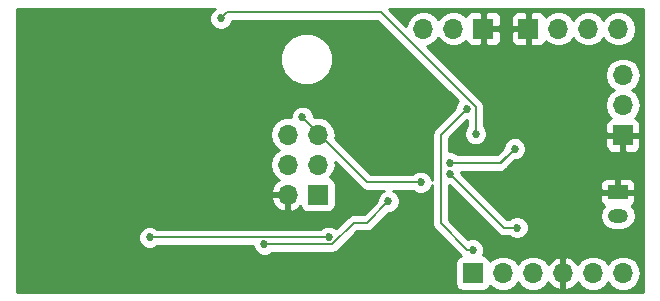
<source format=gbl>
G04 #@! TF.GenerationSoftware,KiCad,Pcbnew,(5.0.2)-1*
G04 #@! TF.CreationDate,2019-03-02T08:42:05-05:00*
G04 #@! TF.ProjectId,ENN-node.v1,454e4e2d-6e6f-4646-952e-76312e6b6963,rev?*
G04 #@! TF.SameCoordinates,Original*
G04 #@! TF.FileFunction,Copper,L2,Bot*
G04 #@! TF.FilePolarity,Positive*
%FSLAX46Y46*%
G04 Gerber Fmt 4.6, Leading zero omitted, Abs format (unit mm)*
G04 Created by KiCad (PCBNEW (5.0.2)-1) date 3/2/2019 8:42:05 AM*
%MOMM*%
%LPD*%
G01*
G04 APERTURE LIST*
G04 #@! TA.AperFunction,ComponentPad*
%ADD10O,1.700000X1.700000*%
G04 #@! TD*
G04 #@! TA.AperFunction,ComponentPad*
%ADD11R,1.700000X1.700000*%
G04 #@! TD*
G04 #@! TA.AperFunction,ComponentPad*
%ADD12O,1.700000X1.200000*%
G04 #@! TD*
G04 #@! TA.AperFunction,ComponentPad*
%ADD13R,1.700000X1.200000*%
G04 #@! TD*
G04 #@! TA.AperFunction,ViaPad*
%ADD14C,0.685800*%
G04 #@! TD*
G04 #@! TA.AperFunction,Conductor*
%ADD15C,0.152400*%
G04 #@! TD*
G04 #@! TA.AperFunction,Conductor*
%ADD16C,0.177800*%
G04 #@! TD*
G04 #@! TA.AperFunction,Conductor*
%ADD17C,0.254000*%
G04 #@! TD*
G04 APERTURE END LIST*
D10*
G04 #@! TO.P,I2C,4*
G04 #@! TO.N,/SDA*
X177800000Y-88036400D03*
G04 #@! TO.P,I2C,3*
G04 #@! TO.N,/SCL*
X175260000Y-88036400D03*
G04 #@! TO.P,I2C,2*
G04 #@! TO.N,GND*
X172720000Y-88036400D03*
D11*
G04 #@! TO.P,I2C,1*
G04 #@! TO.N,/VCC*
X170180000Y-88036400D03*
G04 #@! TD*
D12*
G04 #@! TO.P,J7,2*
G04 #@! TO.N,GND*
X177749200Y-103854000D03*
D13*
G04 #@! TO.P,J7,1*
G04 #@! TO.N,/VCC*
X177749200Y-101854000D03*
G04 #@! TD*
D11*
G04 #@! TO.P,J4,1*
G04 #@! TO.N,/VCC*
X178181000Y-97028000D03*
D10*
G04 #@! TO.P,J4,2*
G04 #@! TO.N,GND*
X178181000Y-94488000D03*
G04 #@! TO.P,J4,3*
G04 #@! TO.N,/A0*
X178181000Y-91948000D03*
G04 #@! TD*
G04 #@! TO.P,J2,3*
G04 #@! TO.N,/D8*
X161290000Y-88011000D03*
G04 #@! TO.P,J2,2*
G04 #@! TO.N,GND*
X163830000Y-88011000D03*
D11*
G04 #@! TO.P,J2,1*
G04 #@! TO.N,/VCC*
X166370000Y-88011000D03*
G04 #@! TD*
D10*
G04 #@! TO.P,FTDI,6*
G04 #@! TO.N,GND*
X178181000Y-108712000D03*
G04 #@! TO.P,FTDI,5*
X175641000Y-108712000D03*
G04 #@! TO.P,FTDI,4*
G04 #@! TO.N,/VCC*
X173101000Y-108712000D03*
G04 #@! TO.P,FTDI,3*
G04 #@! TO.N,/RX*
X170561000Y-108712000D03*
G04 #@! TO.P,FTDI,2*
G04 #@! TO.N,/TX*
X168021000Y-108712000D03*
D11*
G04 #@! TO.P,FTDI,1*
G04 #@! TO.N,/DTR*
X165481000Y-108712000D03*
G04 #@! TD*
D10*
G04 #@! TO.P,ICSP,6*
G04 #@! TO.N,GND*
X149809200Y-96977200D03*
G04 #@! TO.P,ICSP,5*
G04 #@! TO.N,/RST*
X152349200Y-96977200D03*
G04 #@! TO.P,ICSP,4*
G04 #@! TO.N,/MOSI*
X149809200Y-99517200D03*
G04 #@! TO.P,ICSP,3*
G04 #@! TO.N,/SCK*
X152349200Y-99517200D03*
G04 #@! TO.P,ICSP,2*
G04 #@! TO.N,/VCC*
X149809200Y-102057200D03*
D11*
G04 #@! TO.P,ICSP,1*
G04 #@! TO.N,/MISO*
X152349200Y-102057200D03*
G04 #@! TD*
D14*
G04 #@! TO.N,/RST*
X161061200Y-101016000D03*
X151028400Y-95504000D03*
G04 #@! TO.N,/DTR*
X164947600Y-94792800D03*
X165455600Y-106730800D03*
G04 #@! TO.N,/RX*
X169214800Y-104851200D03*
X163525200Y-100279200D03*
G04 #@! TO.N,/TX*
X169011600Y-98196400D03*
X163525200Y-99364800D03*
G04 #@! TO.N,/D2*
X165709600Y-96926400D03*
X144144601Y-87147799D03*
G04 #@! TO.N,/SCK*
X138106400Y-105682800D03*
X153265600Y-105666000D03*
G04 #@! TO.N,/SS*
X147828000Y-106279700D03*
X158329300Y-102616000D03*
G04 #@! TO.N,/VCC*
X132130800Y-92862400D03*
G04 #@! TD*
D15*
G04 #@! TO.N,/RST*
X156540400Y-101016000D02*
X161061200Y-101016000D01*
X151028400Y-95504000D02*
X156540400Y-101016000D01*
D16*
G04 #@! TO.N,/DTR*
X164970667Y-106730800D02*
X162750499Y-104510632D01*
X165455600Y-106730800D02*
X164970667Y-106730800D01*
X162750499Y-104510632D02*
X162750499Y-96989901D01*
X162750499Y-96989901D02*
X164947600Y-94792800D01*
G04 #@! TO.N,/RX*
X168097200Y-104851200D02*
X169214800Y-104851200D01*
X163525200Y-100279200D02*
X168097200Y-104851200D01*
D15*
G04 #@! TO.N,/TX*
X167792400Y-99415600D02*
X169011600Y-98196400D01*
X163322000Y-99415600D02*
X167792400Y-99415600D01*
D16*
X167843200Y-99364800D02*
X169011600Y-98196400D01*
X163525200Y-99364800D02*
X167843200Y-99364800D01*
G04 #@! TO.N,/D2*
X165709600Y-96441467D02*
X165709600Y-96926400D01*
X165709600Y-94652590D02*
X165709600Y-96441467D01*
X157671010Y-86614000D02*
X165709600Y-94652590D01*
X144678400Y-86614000D02*
X157671010Y-86614000D01*
X144144601Y-87147799D02*
X144678400Y-86614000D01*
G04 #@! TO.N,/SCK*
X152780667Y-105666000D02*
X153265600Y-105666000D01*
X147539490Y-105666000D02*
X152780667Y-105666000D01*
X147522690Y-105682800D02*
X147539490Y-105666000D01*
X138106400Y-105682800D02*
X147522690Y-105682800D01*
G04 #@! TO.N,/SS*
X153554110Y-106279700D02*
X155389010Y-104444800D01*
X147828000Y-106279700D02*
X153554110Y-106279700D01*
X155389010Y-104444800D02*
X156514800Y-104444800D01*
X156514800Y-104444800D02*
X158329300Y-102630300D01*
X158329300Y-102630300D02*
X158329300Y-102616000D01*
G04 #@! TD*
D17*
G04 #@! TO.N,/VCC*
G36*
X143590665Y-86318776D02*
X143315578Y-86593863D01*
X143166701Y-86953283D01*
X143166701Y-87342315D01*
X143315578Y-87701735D01*
X143590665Y-87976822D01*
X143950085Y-88125699D01*
X144339117Y-88125699D01*
X144698537Y-87976822D01*
X144973624Y-87701735D01*
X145122501Y-87342315D01*
X145122501Y-87337900D01*
X157371162Y-87337900D01*
X164195351Y-94162090D01*
X164118577Y-94238864D01*
X163969700Y-94598284D01*
X163969700Y-94746951D01*
X162289042Y-96427610D01*
X162228597Y-96467998D01*
X162188210Y-96528442D01*
X162068600Y-96707450D01*
X162012417Y-96989901D01*
X162026600Y-97061204D01*
X162026599Y-100791305D01*
X161890223Y-100462064D01*
X161615136Y-100186977D01*
X161255716Y-100038100D01*
X160866684Y-100038100D01*
X160507264Y-100186977D01*
X160389441Y-100304800D01*
X156834989Y-100304800D01*
X153804244Y-97274056D01*
X153863292Y-96977200D01*
X153748039Y-96397782D01*
X153419825Y-95906575D01*
X152928618Y-95578361D01*
X152495456Y-95492200D01*
X152202944Y-95492200D01*
X152052344Y-95522156D01*
X152006300Y-95476112D01*
X152006300Y-95309484D01*
X151857423Y-94950064D01*
X151582336Y-94674977D01*
X151222916Y-94526100D01*
X150833884Y-94526100D01*
X150474464Y-94674977D01*
X150199377Y-94950064D01*
X150050500Y-95309484D01*
X150050500Y-95511105D01*
X149955456Y-95492200D01*
X149662944Y-95492200D01*
X149229782Y-95578361D01*
X148738575Y-95906575D01*
X148410361Y-96397782D01*
X148295108Y-96977200D01*
X148410361Y-97556618D01*
X148738575Y-98047825D01*
X149036961Y-98247200D01*
X148738575Y-98446575D01*
X148410361Y-98937782D01*
X148295108Y-99517200D01*
X148410361Y-100096618D01*
X148738575Y-100587825D01*
X149057678Y-100801043D01*
X148927842Y-100862017D01*
X148537555Y-101290276D01*
X148367724Y-101700310D01*
X148489045Y-101930200D01*
X149682200Y-101930200D01*
X149682200Y-101910200D01*
X149936200Y-101910200D01*
X149936200Y-101930200D01*
X149956200Y-101930200D01*
X149956200Y-102184200D01*
X149936200Y-102184200D01*
X149936200Y-103378019D01*
X150166092Y-103498686D01*
X150690558Y-103252383D01*
X150879239Y-103045345D01*
X150901043Y-103154965D01*
X151041391Y-103365009D01*
X151251435Y-103505357D01*
X151499200Y-103554640D01*
X153199200Y-103554640D01*
X153446965Y-103505357D01*
X153657009Y-103365009D01*
X153797357Y-103154965D01*
X153846640Y-102907200D01*
X153846640Y-101207200D01*
X153797357Y-100959435D01*
X153657009Y-100749391D01*
X153446965Y-100609043D01*
X153401581Y-100600016D01*
X153419825Y-100587825D01*
X153748039Y-100096618D01*
X153863292Y-99517200D01*
X153820455Y-99301844D01*
X155987978Y-101469367D01*
X156027654Y-101528746D01*
X156087033Y-101568422D01*
X156087035Y-101568424D01*
X156262902Y-101685935D01*
X156262903Y-101685935D01*
X156262904Y-101685936D01*
X156470354Y-101727200D01*
X156470357Y-101727200D01*
X156540399Y-101741132D01*
X156610441Y-101727200D01*
X157919678Y-101727200D01*
X157775364Y-101786977D01*
X157500277Y-102062064D01*
X157351400Y-102421484D01*
X157351400Y-102584451D01*
X156214952Y-103720900D01*
X155460302Y-103720900D01*
X155389009Y-103706719D01*
X155317716Y-103720900D01*
X155317712Y-103720900D01*
X155106558Y-103762901D01*
X154867107Y-103922897D01*
X154826720Y-103983341D01*
X153896310Y-104913751D01*
X153819536Y-104836977D01*
X153460116Y-104688100D01*
X153071084Y-104688100D01*
X152711664Y-104836977D01*
X152606541Y-104942100D01*
X147610788Y-104942100D01*
X147539490Y-104927918D01*
X147468192Y-104942100D01*
X147383732Y-104958900D01*
X138765459Y-104958900D01*
X138660336Y-104853777D01*
X138300916Y-104704900D01*
X137911884Y-104704900D01*
X137552464Y-104853777D01*
X137277377Y-105128864D01*
X137128500Y-105488284D01*
X137128500Y-105877316D01*
X137277377Y-106236736D01*
X137552464Y-106511823D01*
X137911884Y-106660700D01*
X138300916Y-106660700D01*
X138660336Y-106511823D01*
X138765459Y-106406700D01*
X146850100Y-106406700D01*
X146850100Y-106474216D01*
X146998977Y-106833636D01*
X147274064Y-107108723D01*
X147633484Y-107257600D01*
X148022516Y-107257600D01*
X148381936Y-107108723D01*
X148487059Y-107003600D01*
X153482812Y-107003600D01*
X153554110Y-107017782D01*
X153625408Y-107003600D01*
X153836562Y-106961599D01*
X154076013Y-106801603D01*
X154116403Y-106741155D01*
X155688859Y-105168700D01*
X156443502Y-105168700D01*
X156514800Y-105182882D01*
X156586098Y-105168700D01*
X156797252Y-105126699D01*
X157036703Y-104966703D01*
X157077093Y-104906255D01*
X158389449Y-103593900D01*
X158523816Y-103593900D01*
X158883236Y-103445023D01*
X159158323Y-103169936D01*
X159307200Y-102810516D01*
X159307200Y-102421484D01*
X159158323Y-102062064D01*
X158883236Y-101786977D01*
X158738922Y-101727200D01*
X160389441Y-101727200D01*
X160507264Y-101845023D01*
X160866684Y-101993900D01*
X161255716Y-101993900D01*
X161615136Y-101845023D01*
X161890223Y-101569936D01*
X162026599Y-101240695D01*
X162026599Y-104439334D01*
X162012417Y-104510632D01*
X162026599Y-104581929D01*
X162068600Y-104793083D01*
X162228596Y-105032534D01*
X162289042Y-105072923D01*
X164408378Y-107192261D01*
X164447647Y-107251031D01*
X164383235Y-107263843D01*
X164173191Y-107404191D01*
X164032843Y-107614235D01*
X163983560Y-107862000D01*
X163983560Y-109562000D01*
X164032843Y-109809765D01*
X164173191Y-110019809D01*
X164383235Y-110160157D01*
X164631000Y-110209440D01*
X166331000Y-110209440D01*
X166578765Y-110160157D01*
X166788809Y-110019809D01*
X166929157Y-109809765D01*
X166938184Y-109764381D01*
X166950375Y-109782625D01*
X167441582Y-110110839D01*
X167874744Y-110197000D01*
X168167256Y-110197000D01*
X168600418Y-110110839D01*
X169091625Y-109782625D01*
X169291000Y-109484239D01*
X169490375Y-109782625D01*
X169981582Y-110110839D01*
X170414744Y-110197000D01*
X170707256Y-110197000D01*
X171140418Y-110110839D01*
X171631625Y-109782625D01*
X171844843Y-109463522D01*
X171905817Y-109593358D01*
X172334076Y-109983645D01*
X172744110Y-110153476D01*
X172974000Y-110032155D01*
X172974000Y-108839000D01*
X172954000Y-108839000D01*
X172954000Y-108585000D01*
X172974000Y-108585000D01*
X172974000Y-107391845D01*
X173228000Y-107391845D01*
X173228000Y-108585000D01*
X173248000Y-108585000D01*
X173248000Y-108839000D01*
X173228000Y-108839000D01*
X173228000Y-110032155D01*
X173457890Y-110153476D01*
X173867924Y-109983645D01*
X174296183Y-109593358D01*
X174357157Y-109463522D01*
X174570375Y-109782625D01*
X175061582Y-110110839D01*
X175494744Y-110197000D01*
X175787256Y-110197000D01*
X176220418Y-110110839D01*
X176711625Y-109782625D01*
X176911000Y-109484239D01*
X177110375Y-109782625D01*
X177601582Y-110110839D01*
X178034744Y-110197000D01*
X178327256Y-110197000D01*
X178760418Y-110110839D01*
X179251625Y-109782625D01*
X179579839Y-109291418D01*
X179695092Y-108712000D01*
X179579839Y-108132582D01*
X179251625Y-107641375D01*
X178760418Y-107313161D01*
X178327256Y-107227000D01*
X178034744Y-107227000D01*
X177601582Y-107313161D01*
X177110375Y-107641375D01*
X176911000Y-107939761D01*
X176711625Y-107641375D01*
X176220418Y-107313161D01*
X175787256Y-107227000D01*
X175494744Y-107227000D01*
X175061582Y-107313161D01*
X174570375Y-107641375D01*
X174357157Y-107960478D01*
X174296183Y-107830642D01*
X173867924Y-107440355D01*
X173457890Y-107270524D01*
X173228000Y-107391845D01*
X172974000Y-107391845D01*
X172744110Y-107270524D01*
X172334076Y-107440355D01*
X171905817Y-107830642D01*
X171844843Y-107960478D01*
X171631625Y-107641375D01*
X171140418Y-107313161D01*
X170707256Y-107227000D01*
X170414744Y-107227000D01*
X169981582Y-107313161D01*
X169490375Y-107641375D01*
X169291000Y-107939761D01*
X169091625Y-107641375D01*
X168600418Y-107313161D01*
X168167256Y-107227000D01*
X167874744Y-107227000D01*
X167441582Y-107313161D01*
X166950375Y-107641375D01*
X166938184Y-107659619D01*
X166929157Y-107614235D01*
X166788809Y-107404191D01*
X166578765Y-107263843D01*
X166331000Y-107214560D01*
X166313691Y-107214560D01*
X166433500Y-106925316D01*
X166433500Y-106536284D01*
X166284623Y-106176864D01*
X166009536Y-105901777D01*
X165650116Y-105752900D01*
X165261084Y-105752900D01*
X165088149Y-105824532D01*
X163474399Y-104210784D01*
X163474399Y-101257100D01*
X163479352Y-101257100D01*
X167534909Y-105312658D01*
X167575297Y-105373103D01*
X167814748Y-105533099D01*
X168025902Y-105575100D01*
X168025903Y-105575100D01*
X168097199Y-105589282D01*
X168168496Y-105575100D01*
X168555741Y-105575100D01*
X168660864Y-105680223D01*
X169020284Y-105829100D01*
X169409316Y-105829100D01*
X169768736Y-105680223D01*
X170043823Y-105405136D01*
X170192700Y-105045716D01*
X170192700Y-104656684D01*
X170043823Y-104297264D01*
X169768736Y-104022177D01*
X169409316Y-103873300D01*
X169020284Y-103873300D01*
X168660864Y-104022177D01*
X168555741Y-104127300D01*
X168397049Y-104127300D01*
X168123749Y-103854000D01*
X176240005Y-103854000D01*
X176335856Y-104335873D01*
X176608815Y-104744385D01*
X177017327Y-105017344D01*
X177377564Y-105089000D01*
X178120836Y-105089000D01*
X178481073Y-105017344D01*
X178889585Y-104744385D01*
X179162544Y-104335873D01*
X179258395Y-103854000D01*
X179162544Y-103372127D01*
X178919636Y-103008590D01*
X178958899Y-102992327D01*
X179137527Y-102813698D01*
X179234200Y-102580309D01*
X179234200Y-102139750D01*
X179075450Y-101981000D01*
X177876200Y-101981000D01*
X177876200Y-102001000D01*
X177622200Y-102001000D01*
X177622200Y-101981000D01*
X176422950Y-101981000D01*
X176264200Y-102139750D01*
X176264200Y-102580309D01*
X176360873Y-102813698D01*
X176539501Y-102992327D01*
X176578764Y-103008590D01*
X176335856Y-103372127D01*
X176240005Y-103854000D01*
X168123749Y-103854000D01*
X165397440Y-101127691D01*
X176264200Y-101127691D01*
X176264200Y-101568250D01*
X176422950Y-101727000D01*
X177622200Y-101727000D01*
X177622200Y-100777750D01*
X177876200Y-100777750D01*
X177876200Y-101727000D01*
X179075450Y-101727000D01*
X179234200Y-101568250D01*
X179234200Y-101127691D01*
X179137527Y-100894302D01*
X178958899Y-100715673D01*
X178725510Y-100619000D01*
X178034950Y-100619000D01*
X177876200Y-100777750D01*
X177622200Y-100777750D01*
X177463450Y-100619000D01*
X176772890Y-100619000D01*
X176539501Y-100715673D01*
X176360873Y-100894302D01*
X176264200Y-101127691D01*
X165397440Y-101127691D01*
X164503100Y-100233352D01*
X164503100Y-100126800D01*
X167722359Y-100126800D01*
X167792400Y-100140732D01*
X167862441Y-100126800D01*
X167862446Y-100126800D01*
X168069896Y-100085536D01*
X168305146Y-99928346D01*
X168307054Y-99925490D01*
X168365103Y-99886703D01*
X168405493Y-99826255D01*
X169057449Y-99174300D01*
X169206116Y-99174300D01*
X169565536Y-99025423D01*
X169840623Y-98750336D01*
X169989500Y-98390916D01*
X169989500Y-98001884D01*
X169840623Y-97642464D01*
X169565536Y-97367377D01*
X169436070Y-97313750D01*
X176696000Y-97313750D01*
X176696000Y-98004310D01*
X176792673Y-98237699D01*
X176971302Y-98416327D01*
X177204691Y-98513000D01*
X177895250Y-98513000D01*
X178054000Y-98354250D01*
X178054000Y-97155000D01*
X178308000Y-97155000D01*
X178308000Y-98354250D01*
X178466750Y-98513000D01*
X179157309Y-98513000D01*
X179390698Y-98416327D01*
X179569327Y-98237699D01*
X179666000Y-98004310D01*
X179666000Y-97313750D01*
X179507250Y-97155000D01*
X178308000Y-97155000D01*
X178054000Y-97155000D01*
X176854750Y-97155000D01*
X176696000Y-97313750D01*
X169436070Y-97313750D01*
X169206116Y-97218500D01*
X168817084Y-97218500D01*
X168457664Y-97367377D01*
X168182577Y-97642464D01*
X168033700Y-98001884D01*
X168033700Y-98150551D01*
X167543352Y-98640900D01*
X164184259Y-98640900D01*
X164079136Y-98535777D01*
X163719716Y-98386900D01*
X163474399Y-98386900D01*
X163474399Y-97289749D01*
X164985701Y-95778448D01*
X164985701Y-96267340D01*
X164880577Y-96372464D01*
X164731700Y-96731884D01*
X164731700Y-97120916D01*
X164880577Y-97480336D01*
X165155664Y-97755423D01*
X165515084Y-97904300D01*
X165904116Y-97904300D01*
X166263536Y-97755423D01*
X166538623Y-97480336D01*
X166687500Y-97120916D01*
X166687500Y-96731884D01*
X166538623Y-96372464D01*
X166433500Y-96267341D01*
X166433500Y-94723887D01*
X166447682Y-94652589D01*
X166391499Y-94370138D01*
X166271889Y-94191130D01*
X166231502Y-94130687D01*
X166171060Y-94090301D01*
X164028759Y-91948000D01*
X176666908Y-91948000D01*
X176782161Y-92527418D01*
X177110375Y-93018625D01*
X177408761Y-93218000D01*
X177110375Y-93417375D01*
X176782161Y-93908582D01*
X176666908Y-94488000D01*
X176782161Y-95067418D01*
X177110375Y-95558625D01*
X177132033Y-95573096D01*
X176971302Y-95639673D01*
X176792673Y-95818301D01*
X176696000Y-96051690D01*
X176696000Y-96742250D01*
X176854750Y-96901000D01*
X178054000Y-96901000D01*
X178054000Y-96881000D01*
X178308000Y-96881000D01*
X178308000Y-96901000D01*
X179507250Y-96901000D01*
X179666000Y-96742250D01*
X179666000Y-96051690D01*
X179569327Y-95818301D01*
X179390698Y-95639673D01*
X179229967Y-95573096D01*
X179251625Y-95558625D01*
X179579839Y-95067418D01*
X179695092Y-94488000D01*
X179579839Y-93908582D01*
X179251625Y-93417375D01*
X178953239Y-93218000D01*
X179251625Y-93018625D01*
X179579839Y-92527418D01*
X179695092Y-91948000D01*
X179579839Y-91368582D01*
X179251625Y-90877375D01*
X178760418Y-90549161D01*
X178327256Y-90463000D01*
X178034744Y-90463000D01*
X177601582Y-90549161D01*
X177110375Y-90877375D01*
X176782161Y-91368582D01*
X176666908Y-91948000D01*
X164028759Y-91948000D01*
X161553448Y-89472689D01*
X161869418Y-89409839D01*
X162360625Y-89081625D01*
X162560000Y-88783239D01*
X162759375Y-89081625D01*
X163250582Y-89409839D01*
X163683744Y-89496000D01*
X163976256Y-89496000D01*
X164409418Y-89409839D01*
X164900625Y-89081625D01*
X164915096Y-89059967D01*
X164981673Y-89220698D01*
X165160301Y-89399327D01*
X165393690Y-89496000D01*
X166084250Y-89496000D01*
X166243000Y-89337250D01*
X166243000Y-88138000D01*
X166497000Y-88138000D01*
X166497000Y-89337250D01*
X166655750Y-89496000D01*
X167346310Y-89496000D01*
X167579699Y-89399327D01*
X167758327Y-89220698D01*
X167855000Y-88987309D01*
X167855000Y-88322150D01*
X168695000Y-88322150D01*
X168695000Y-89012709D01*
X168791673Y-89246098D01*
X168970301Y-89424727D01*
X169203690Y-89521400D01*
X169894250Y-89521400D01*
X170053000Y-89362650D01*
X170053000Y-88163400D01*
X168853750Y-88163400D01*
X168695000Y-88322150D01*
X167855000Y-88322150D01*
X167855000Y-88296750D01*
X167696250Y-88138000D01*
X166497000Y-88138000D01*
X166243000Y-88138000D01*
X166223000Y-88138000D01*
X166223000Y-87884000D01*
X166243000Y-87884000D01*
X166243000Y-86684750D01*
X166497000Y-86684750D01*
X166497000Y-87884000D01*
X167696250Y-87884000D01*
X167855000Y-87725250D01*
X167855000Y-87060091D01*
X168695000Y-87060091D01*
X168695000Y-87750650D01*
X168853750Y-87909400D01*
X170053000Y-87909400D01*
X170053000Y-86710150D01*
X170307000Y-86710150D01*
X170307000Y-87909400D01*
X170327000Y-87909400D01*
X170327000Y-88163400D01*
X170307000Y-88163400D01*
X170307000Y-89362650D01*
X170465750Y-89521400D01*
X171156310Y-89521400D01*
X171389699Y-89424727D01*
X171568327Y-89246098D01*
X171634904Y-89085367D01*
X171649375Y-89107025D01*
X172140582Y-89435239D01*
X172573744Y-89521400D01*
X172866256Y-89521400D01*
X173299418Y-89435239D01*
X173790625Y-89107025D01*
X173990000Y-88808639D01*
X174189375Y-89107025D01*
X174680582Y-89435239D01*
X175113744Y-89521400D01*
X175406256Y-89521400D01*
X175839418Y-89435239D01*
X176330625Y-89107025D01*
X176530000Y-88808639D01*
X176729375Y-89107025D01*
X177220582Y-89435239D01*
X177653744Y-89521400D01*
X177946256Y-89521400D01*
X178379418Y-89435239D01*
X178870625Y-89107025D01*
X179198839Y-88615818D01*
X179314092Y-88036400D01*
X179198839Y-87456982D01*
X178870625Y-86965775D01*
X178379418Y-86637561D01*
X177946256Y-86551400D01*
X177653744Y-86551400D01*
X177220582Y-86637561D01*
X176729375Y-86965775D01*
X176530000Y-87264161D01*
X176330625Y-86965775D01*
X175839418Y-86637561D01*
X175406256Y-86551400D01*
X175113744Y-86551400D01*
X174680582Y-86637561D01*
X174189375Y-86965775D01*
X173990000Y-87264161D01*
X173790625Y-86965775D01*
X173299418Y-86637561D01*
X172866256Y-86551400D01*
X172573744Y-86551400D01*
X172140582Y-86637561D01*
X171649375Y-86965775D01*
X171634904Y-86987433D01*
X171568327Y-86826702D01*
X171389699Y-86648073D01*
X171156310Y-86551400D01*
X170465750Y-86551400D01*
X170307000Y-86710150D01*
X170053000Y-86710150D01*
X169894250Y-86551400D01*
X169203690Y-86551400D01*
X168970301Y-86648073D01*
X168791673Y-86826702D01*
X168695000Y-87060091D01*
X167855000Y-87060091D01*
X167855000Y-87034691D01*
X167758327Y-86801302D01*
X167579699Y-86622673D01*
X167346310Y-86526000D01*
X166655750Y-86526000D01*
X166497000Y-86684750D01*
X166243000Y-86684750D01*
X166084250Y-86526000D01*
X165393690Y-86526000D01*
X165160301Y-86622673D01*
X164981673Y-86801302D01*
X164915096Y-86962033D01*
X164900625Y-86940375D01*
X164409418Y-86612161D01*
X163976256Y-86526000D01*
X163683744Y-86526000D01*
X163250582Y-86612161D01*
X162759375Y-86940375D01*
X162560000Y-87238761D01*
X162360625Y-86940375D01*
X161869418Y-86612161D01*
X161436256Y-86526000D01*
X161143744Y-86526000D01*
X160710582Y-86612161D01*
X160219375Y-86940375D01*
X159891161Y-87431582D01*
X159828311Y-87747553D01*
X158388758Y-86308000D01*
X179884000Y-86308000D01*
X179884001Y-110288664D01*
X126897200Y-110338137D01*
X126897200Y-102414090D01*
X148367724Y-102414090D01*
X148537555Y-102824124D01*
X148927842Y-103252383D01*
X149452308Y-103498686D01*
X149682200Y-103378019D01*
X149682200Y-102184200D01*
X148489045Y-102184200D01*
X148367724Y-102414090D01*
X126897200Y-102414090D01*
X126897200Y-90131831D01*
X149149000Y-90131831D01*
X149149000Y-91020969D01*
X149489259Y-91842426D01*
X150117974Y-92471141D01*
X150939431Y-92811400D01*
X151828569Y-92811400D01*
X152650026Y-92471141D01*
X153278741Y-91842426D01*
X153619000Y-91020969D01*
X153619000Y-90131831D01*
X153278741Y-89310374D01*
X152650026Y-88681659D01*
X151828569Y-88341400D01*
X150939431Y-88341400D01*
X150117974Y-88681659D01*
X149489259Y-89310374D01*
X149149000Y-90131831D01*
X126897200Y-90131831D01*
X126897200Y-86308000D01*
X143616681Y-86308000D01*
X143590665Y-86318776D01*
X143590665Y-86318776D01*
G37*
X143590665Y-86318776D02*
X143315578Y-86593863D01*
X143166701Y-86953283D01*
X143166701Y-87342315D01*
X143315578Y-87701735D01*
X143590665Y-87976822D01*
X143950085Y-88125699D01*
X144339117Y-88125699D01*
X144698537Y-87976822D01*
X144973624Y-87701735D01*
X145122501Y-87342315D01*
X145122501Y-87337900D01*
X157371162Y-87337900D01*
X164195351Y-94162090D01*
X164118577Y-94238864D01*
X163969700Y-94598284D01*
X163969700Y-94746951D01*
X162289042Y-96427610D01*
X162228597Y-96467998D01*
X162188210Y-96528442D01*
X162068600Y-96707450D01*
X162012417Y-96989901D01*
X162026600Y-97061204D01*
X162026599Y-100791305D01*
X161890223Y-100462064D01*
X161615136Y-100186977D01*
X161255716Y-100038100D01*
X160866684Y-100038100D01*
X160507264Y-100186977D01*
X160389441Y-100304800D01*
X156834989Y-100304800D01*
X153804244Y-97274056D01*
X153863292Y-96977200D01*
X153748039Y-96397782D01*
X153419825Y-95906575D01*
X152928618Y-95578361D01*
X152495456Y-95492200D01*
X152202944Y-95492200D01*
X152052344Y-95522156D01*
X152006300Y-95476112D01*
X152006300Y-95309484D01*
X151857423Y-94950064D01*
X151582336Y-94674977D01*
X151222916Y-94526100D01*
X150833884Y-94526100D01*
X150474464Y-94674977D01*
X150199377Y-94950064D01*
X150050500Y-95309484D01*
X150050500Y-95511105D01*
X149955456Y-95492200D01*
X149662944Y-95492200D01*
X149229782Y-95578361D01*
X148738575Y-95906575D01*
X148410361Y-96397782D01*
X148295108Y-96977200D01*
X148410361Y-97556618D01*
X148738575Y-98047825D01*
X149036961Y-98247200D01*
X148738575Y-98446575D01*
X148410361Y-98937782D01*
X148295108Y-99517200D01*
X148410361Y-100096618D01*
X148738575Y-100587825D01*
X149057678Y-100801043D01*
X148927842Y-100862017D01*
X148537555Y-101290276D01*
X148367724Y-101700310D01*
X148489045Y-101930200D01*
X149682200Y-101930200D01*
X149682200Y-101910200D01*
X149936200Y-101910200D01*
X149936200Y-101930200D01*
X149956200Y-101930200D01*
X149956200Y-102184200D01*
X149936200Y-102184200D01*
X149936200Y-103378019D01*
X150166092Y-103498686D01*
X150690558Y-103252383D01*
X150879239Y-103045345D01*
X150901043Y-103154965D01*
X151041391Y-103365009D01*
X151251435Y-103505357D01*
X151499200Y-103554640D01*
X153199200Y-103554640D01*
X153446965Y-103505357D01*
X153657009Y-103365009D01*
X153797357Y-103154965D01*
X153846640Y-102907200D01*
X153846640Y-101207200D01*
X153797357Y-100959435D01*
X153657009Y-100749391D01*
X153446965Y-100609043D01*
X153401581Y-100600016D01*
X153419825Y-100587825D01*
X153748039Y-100096618D01*
X153863292Y-99517200D01*
X153820455Y-99301844D01*
X155987978Y-101469367D01*
X156027654Y-101528746D01*
X156087033Y-101568422D01*
X156087035Y-101568424D01*
X156262902Y-101685935D01*
X156262903Y-101685935D01*
X156262904Y-101685936D01*
X156470354Y-101727200D01*
X156470357Y-101727200D01*
X156540399Y-101741132D01*
X156610441Y-101727200D01*
X157919678Y-101727200D01*
X157775364Y-101786977D01*
X157500277Y-102062064D01*
X157351400Y-102421484D01*
X157351400Y-102584451D01*
X156214952Y-103720900D01*
X155460302Y-103720900D01*
X155389009Y-103706719D01*
X155317716Y-103720900D01*
X155317712Y-103720900D01*
X155106558Y-103762901D01*
X154867107Y-103922897D01*
X154826720Y-103983341D01*
X153896310Y-104913751D01*
X153819536Y-104836977D01*
X153460116Y-104688100D01*
X153071084Y-104688100D01*
X152711664Y-104836977D01*
X152606541Y-104942100D01*
X147610788Y-104942100D01*
X147539490Y-104927918D01*
X147468192Y-104942100D01*
X147383732Y-104958900D01*
X138765459Y-104958900D01*
X138660336Y-104853777D01*
X138300916Y-104704900D01*
X137911884Y-104704900D01*
X137552464Y-104853777D01*
X137277377Y-105128864D01*
X137128500Y-105488284D01*
X137128500Y-105877316D01*
X137277377Y-106236736D01*
X137552464Y-106511823D01*
X137911884Y-106660700D01*
X138300916Y-106660700D01*
X138660336Y-106511823D01*
X138765459Y-106406700D01*
X146850100Y-106406700D01*
X146850100Y-106474216D01*
X146998977Y-106833636D01*
X147274064Y-107108723D01*
X147633484Y-107257600D01*
X148022516Y-107257600D01*
X148381936Y-107108723D01*
X148487059Y-107003600D01*
X153482812Y-107003600D01*
X153554110Y-107017782D01*
X153625408Y-107003600D01*
X153836562Y-106961599D01*
X154076013Y-106801603D01*
X154116403Y-106741155D01*
X155688859Y-105168700D01*
X156443502Y-105168700D01*
X156514800Y-105182882D01*
X156586098Y-105168700D01*
X156797252Y-105126699D01*
X157036703Y-104966703D01*
X157077093Y-104906255D01*
X158389449Y-103593900D01*
X158523816Y-103593900D01*
X158883236Y-103445023D01*
X159158323Y-103169936D01*
X159307200Y-102810516D01*
X159307200Y-102421484D01*
X159158323Y-102062064D01*
X158883236Y-101786977D01*
X158738922Y-101727200D01*
X160389441Y-101727200D01*
X160507264Y-101845023D01*
X160866684Y-101993900D01*
X161255716Y-101993900D01*
X161615136Y-101845023D01*
X161890223Y-101569936D01*
X162026599Y-101240695D01*
X162026599Y-104439334D01*
X162012417Y-104510632D01*
X162026599Y-104581929D01*
X162068600Y-104793083D01*
X162228596Y-105032534D01*
X162289042Y-105072923D01*
X164408378Y-107192261D01*
X164447647Y-107251031D01*
X164383235Y-107263843D01*
X164173191Y-107404191D01*
X164032843Y-107614235D01*
X163983560Y-107862000D01*
X163983560Y-109562000D01*
X164032843Y-109809765D01*
X164173191Y-110019809D01*
X164383235Y-110160157D01*
X164631000Y-110209440D01*
X166331000Y-110209440D01*
X166578765Y-110160157D01*
X166788809Y-110019809D01*
X166929157Y-109809765D01*
X166938184Y-109764381D01*
X166950375Y-109782625D01*
X167441582Y-110110839D01*
X167874744Y-110197000D01*
X168167256Y-110197000D01*
X168600418Y-110110839D01*
X169091625Y-109782625D01*
X169291000Y-109484239D01*
X169490375Y-109782625D01*
X169981582Y-110110839D01*
X170414744Y-110197000D01*
X170707256Y-110197000D01*
X171140418Y-110110839D01*
X171631625Y-109782625D01*
X171844843Y-109463522D01*
X171905817Y-109593358D01*
X172334076Y-109983645D01*
X172744110Y-110153476D01*
X172974000Y-110032155D01*
X172974000Y-108839000D01*
X172954000Y-108839000D01*
X172954000Y-108585000D01*
X172974000Y-108585000D01*
X172974000Y-107391845D01*
X173228000Y-107391845D01*
X173228000Y-108585000D01*
X173248000Y-108585000D01*
X173248000Y-108839000D01*
X173228000Y-108839000D01*
X173228000Y-110032155D01*
X173457890Y-110153476D01*
X173867924Y-109983645D01*
X174296183Y-109593358D01*
X174357157Y-109463522D01*
X174570375Y-109782625D01*
X175061582Y-110110839D01*
X175494744Y-110197000D01*
X175787256Y-110197000D01*
X176220418Y-110110839D01*
X176711625Y-109782625D01*
X176911000Y-109484239D01*
X177110375Y-109782625D01*
X177601582Y-110110839D01*
X178034744Y-110197000D01*
X178327256Y-110197000D01*
X178760418Y-110110839D01*
X179251625Y-109782625D01*
X179579839Y-109291418D01*
X179695092Y-108712000D01*
X179579839Y-108132582D01*
X179251625Y-107641375D01*
X178760418Y-107313161D01*
X178327256Y-107227000D01*
X178034744Y-107227000D01*
X177601582Y-107313161D01*
X177110375Y-107641375D01*
X176911000Y-107939761D01*
X176711625Y-107641375D01*
X176220418Y-107313161D01*
X175787256Y-107227000D01*
X175494744Y-107227000D01*
X175061582Y-107313161D01*
X174570375Y-107641375D01*
X174357157Y-107960478D01*
X174296183Y-107830642D01*
X173867924Y-107440355D01*
X173457890Y-107270524D01*
X173228000Y-107391845D01*
X172974000Y-107391845D01*
X172744110Y-107270524D01*
X172334076Y-107440355D01*
X171905817Y-107830642D01*
X171844843Y-107960478D01*
X171631625Y-107641375D01*
X171140418Y-107313161D01*
X170707256Y-107227000D01*
X170414744Y-107227000D01*
X169981582Y-107313161D01*
X169490375Y-107641375D01*
X169291000Y-107939761D01*
X169091625Y-107641375D01*
X168600418Y-107313161D01*
X168167256Y-107227000D01*
X167874744Y-107227000D01*
X167441582Y-107313161D01*
X166950375Y-107641375D01*
X166938184Y-107659619D01*
X166929157Y-107614235D01*
X166788809Y-107404191D01*
X166578765Y-107263843D01*
X166331000Y-107214560D01*
X166313691Y-107214560D01*
X166433500Y-106925316D01*
X166433500Y-106536284D01*
X166284623Y-106176864D01*
X166009536Y-105901777D01*
X165650116Y-105752900D01*
X165261084Y-105752900D01*
X165088149Y-105824532D01*
X163474399Y-104210784D01*
X163474399Y-101257100D01*
X163479352Y-101257100D01*
X167534909Y-105312658D01*
X167575297Y-105373103D01*
X167814748Y-105533099D01*
X168025902Y-105575100D01*
X168025903Y-105575100D01*
X168097199Y-105589282D01*
X168168496Y-105575100D01*
X168555741Y-105575100D01*
X168660864Y-105680223D01*
X169020284Y-105829100D01*
X169409316Y-105829100D01*
X169768736Y-105680223D01*
X170043823Y-105405136D01*
X170192700Y-105045716D01*
X170192700Y-104656684D01*
X170043823Y-104297264D01*
X169768736Y-104022177D01*
X169409316Y-103873300D01*
X169020284Y-103873300D01*
X168660864Y-104022177D01*
X168555741Y-104127300D01*
X168397049Y-104127300D01*
X168123749Y-103854000D01*
X176240005Y-103854000D01*
X176335856Y-104335873D01*
X176608815Y-104744385D01*
X177017327Y-105017344D01*
X177377564Y-105089000D01*
X178120836Y-105089000D01*
X178481073Y-105017344D01*
X178889585Y-104744385D01*
X179162544Y-104335873D01*
X179258395Y-103854000D01*
X179162544Y-103372127D01*
X178919636Y-103008590D01*
X178958899Y-102992327D01*
X179137527Y-102813698D01*
X179234200Y-102580309D01*
X179234200Y-102139750D01*
X179075450Y-101981000D01*
X177876200Y-101981000D01*
X177876200Y-102001000D01*
X177622200Y-102001000D01*
X177622200Y-101981000D01*
X176422950Y-101981000D01*
X176264200Y-102139750D01*
X176264200Y-102580309D01*
X176360873Y-102813698D01*
X176539501Y-102992327D01*
X176578764Y-103008590D01*
X176335856Y-103372127D01*
X176240005Y-103854000D01*
X168123749Y-103854000D01*
X165397440Y-101127691D01*
X176264200Y-101127691D01*
X176264200Y-101568250D01*
X176422950Y-101727000D01*
X177622200Y-101727000D01*
X177622200Y-100777750D01*
X177876200Y-100777750D01*
X177876200Y-101727000D01*
X179075450Y-101727000D01*
X179234200Y-101568250D01*
X179234200Y-101127691D01*
X179137527Y-100894302D01*
X178958899Y-100715673D01*
X178725510Y-100619000D01*
X178034950Y-100619000D01*
X177876200Y-100777750D01*
X177622200Y-100777750D01*
X177463450Y-100619000D01*
X176772890Y-100619000D01*
X176539501Y-100715673D01*
X176360873Y-100894302D01*
X176264200Y-101127691D01*
X165397440Y-101127691D01*
X164503100Y-100233352D01*
X164503100Y-100126800D01*
X167722359Y-100126800D01*
X167792400Y-100140732D01*
X167862441Y-100126800D01*
X167862446Y-100126800D01*
X168069896Y-100085536D01*
X168305146Y-99928346D01*
X168307054Y-99925490D01*
X168365103Y-99886703D01*
X168405493Y-99826255D01*
X169057449Y-99174300D01*
X169206116Y-99174300D01*
X169565536Y-99025423D01*
X169840623Y-98750336D01*
X169989500Y-98390916D01*
X169989500Y-98001884D01*
X169840623Y-97642464D01*
X169565536Y-97367377D01*
X169436070Y-97313750D01*
X176696000Y-97313750D01*
X176696000Y-98004310D01*
X176792673Y-98237699D01*
X176971302Y-98416327D01*
X177204691Y-98513000D01*
X177895250Y-98513000D01*
X178054000Y-98354250D01*
X178054000Y-97155000D01*
X178308000Y-97155000D01*
X178308000Y-98354250D01*
X178466750Y-98513000D01*
X179157309Y-98513000D01*
X179390698Y-98416327D01*
X179569327Y-98237699D01*
X179666000Y-98004310D01*
X179666000Y-97313750D01*
X179507250Y-97155000D01*
X178308000Y-97155000D01*
X178054000Y-97155000D01*
X176854750Y-97155000D01*
X176696000Y-97313750D01*
X169436070Y-97313750D01*
X169206116Y-97218500D01*
X168817084Y-97218500D01*
X168457664Y-97367377D01*
X168182577Y-97642464D01*
X168033700Y-98001884D01*
X168033700Y-98150551D01*
X167543352Y-98640900D01*
X164184259Y-98640900D01*
X164079136Y-98535777D01*
X163719716Y-98386900D01*
X163474399Y-98386900D01*
X163474399Y-97289749D01*
X164985701Y-95778448D01*
X164985701Y-96267340D01*
X164880577Y-96372464D01*
X164731700Y-96731884D01*
X164731700Y-97120916D01*
X164880577Y-97480336D01*
X165155664Y-97755423D01*
X165515084Y-97904300D01*
X165904116Y-97904300D01*
X166263536Y-97755423D01*
X166538623Y-97480336D01*
X166687500Y-97120916D01*
X166687500Y-96731884D01*
X166538623Y-96372464D01*
X166433500Y-96267341D01*
X166433500Y-94723887D01*
X166447682Y-94652589D01*
X166391499Y-94370138D01*
X166271889Y-94191130D01*
X166231502Y-94130687D01*
X166171060Y-94090301D01*
X164028759Y-91948000D01*
X176666908Y-91948000D01*
X176782161Y-92527418D01*
X177110375Y-93018625D01*
X177408761Y-93218000D01*
X177110375Y-93417375D01*
X176782161Y-93908582D01*
X176666908Y-94488000D01*
X176782161Y-95067418D01*
X177110375Y-95558625D01*
X177132033Y-95573096D01*
X176971302Y-95639673D01*
X176792673Y-95818301D01*
X176696000Y-96051690D01*
X176696000Y-96742250D01*
X176854750Y-96901000D01*
X178054000Y-96901000D01*
X178054000Y-96881000D01*
X178308000Y-96881000D01*
X178308000Y-96901000D01*
X179507250Y-96901000D01*
X179666000Y-96742250D01*
X179666000Y-96051690D01*
X179569327Y-95818301D01*
X179390698Y-95639673D01*
X179229967Y-95573096D01*
X179251625Y-95558625D01*
X179579839Y-95067418D01*
X179695092Y-94488000D01*
X179579839Y-93908582D01*
X179251625Y-93417375D01*
X178953239Y-93218000D01*
X179251625Y-93018625D01*
X179579839Y-92527418D01*
X179695092Y-91948000D01*
X179579839Y-91368582D01*
X179251625Y-90877375D01*
X178760418Y-90549161D01*
X178327256Y-90463000D01*
X178034744Y-90463000D01*
X177601582Y-90549161D01*
X177110375Y-90877375D01*
X176782161Y-91368582D01*
X176666908Y-91948000D01*
X164028759Y-91948000D01*
X161553448Y-89472689D01*
X161869418Y-89409839D01*
X162360625Y-89081625D01*
X162560000Y-88783239D01*
X162759375Y-89081625D01*
X163250582Y-89409839D01*
X163683744Y-89496000D01*
X163976256Y-89496000D01*
X164409418Y-89409839D01*
X164900625Y-89081625D01*
X164915096Y-89059967D01*
X164981673Y-89220698D01*
X165160301Y-89399327D01*
X165393690Y-89496000D01*
X166084250Y-89496000D01*
X166243000Y-89337250D01*
X166243000Y-88138000D01*
X166497000Y-88138000D01*
X166497000Y-89337250D01*
X166655750Y-89496000D01*
X167346310Y-89496000D01*
X167579699Y-89399327D01*
X167758327Y-89220698D01*
X167855000Y-88987309D01*
X167855000Y-88322150D01*
X168695000Y-88322150D01*
X168695000Y-89012709D01*
X168791673Y-89246098D01*
X168970301Y-89424727D01*
X169203690Y-89521400D01*
X169894250Y-89521400D01*
X170053000Y-89362650D01*
X170053000Y-88163400D01*
X168853750Y-88163400D01*
X168695000Y-88322150D01*
X167855000Y-88322150D01*
X167855000Y-88296750D01*
X167696250Y-88138000D01*
X166497000Y-88138000D01*
X166243000Y-88138000D01*
X166223000Y-88138000D01*
X166223000Y-87884000D01*
X166243000Y-87884000D01*
X166243000Y-86684750D01*
X166497000Y-86684750D01*
X166497000Y-87884000D01*
X167696250Y-87884000D01*
X167855000Y-87725250D01*
X167855000Y-87060091D01*
X168695000Y-87060091D01*
X168695000Y-87750650D01*
X168853750Y-87909400D01*
X170053000Y-87909400D01*
X170053000Y-86710150D01*
X170307000Y-86710150D01*
X170307000Y-87909400D01*
X170327000Y-87909400D01*
X170327000Y-88163400D01*
X170307000Y-88163400D01*
X170307000Y-89362650D01*
X170465750Y-89521400D01*
X171156310Y-89521400D01*
X171389699Y-89424727D01*
X171568327Y-89246098D01*
X171634904Y-89085367D01*
X171649375Y-89107025D01*
X172140582Y-89435239D01*
X172573744Y-89521400D01*
X172866256Y-89521400D01*
X173299418Y-89435239D01*
X173790625Y-89107025D01*
X173990000Y-88808639D01*
X174189375Y-89107025D01*
X174680582Y-89435239D01*
X175113744Y-89521400D01*
X175406256Y-89521400D01*
X175839418Y-89435239D01*
X176330625Y-89107025D01*
X176530000Y-88808639D01*
X176729375Y-89107025D01*
X177220582Y-89435239D01*
X177653744Y-89521400D01*
X177946256Y-89521400D01*
X178379418Y-89435239D01*
X178870625Y-89107025D01*
X179198839Y-88615818D01*
X179314092Y-88036400D01*
X179198839Y-87456982D01*
X178870625Y-86965775D01*
X178379418Y-86637561D01*
X177946256Y-86551400D01*
X177653744Y-86551400D01*
X177220582Y-86637561D01*
X176729375Y-86965775D01*
X176530000Y-87264161D01*
X176330625Y-86965775D01*
X175839418Y-86637561D01*
X175406256Y-86551400D01*
X175113744Y-86551400D01*
X174680582Y-86637561D01*
X174189375Y-86965775D01*
X173990000Y-87264161D01*
X173790625Y-86965775D01*
X173299418Y-86637561D01*
X172866256Y-86551400D01*
X172573744Y-86551400D01*
X172140582Y-86637561D01*
X171649375Y-86965775D01*
X171634904Y-86987433D01*
X171568327Y-86826702D01*
X171389699Y-86648073D01*
X171156310Y-86551400D01*
X170465750Y-86551400D01*
X170307000Y-86710150D01*
X170053000Y-86710150D01*
X169894250Y-86551400D01*
X169203690Y-86551400D01*
X168970301Y-86648073D01*
X168791673Y-86826702D01*
X168695000Y-87060091D01*
X167855000Y-87060091D01*
X167855000Y-87034691D01*
X167758327Y-86801302D01*
X167579699Y-86622673D01*
X167346310Y-86526000D01*
X166655750Y-86526000D01*
X166497000Y-86684750D01*
X166243000Y-86684750D01*
X166084250Y-86526000D01*
X165393690Y-86526000D01*
X165160301Y-86622673D01*
X164981673Y-86801302D01*
X164915096Y-86962033D01*
X164900625Y-86940375D01*
X164409418Y-86612161D01*
X163976256Y-86526000D01*
X163683744Y-86526000D01*
X163250582Y-86612161D01*
X162759375Y-86940375D01*
X162560000Y-87238761D01*
X162360625Y-86940375D01*
X161869418Y-86612161D01*
X161436256Y-86526000D01*
X161143744Y-86526000D01*
X160710582Y-86612161D01*
X160219375Y-86940375D01*
X159891161Y-87431582D01*
X159828311Y-87747553D01*
X158388758Y-86308000D01*
X179884000Y-86308000D01*
X179884001Y-110288664D01*
X126897200Y-110338137D01*
X126897200Y-102414090D01*
X148367724Y-102414090D01*
X148537555Y-102824124D01*
X148927842Y-103252383D01*
X149452308Y-103498686D01*
X149682200Y-103378019D01*
X149682200Y-102184200D01*
X148489045Y-102184200D01*
X148367724Y-102414090D01*
X126897200Y-102414090D01*
X126897200Y-90131831D01*
X149149000Y-90131831D01*
X149149000Y-91020969D01*
X149489259Y-91842426D01*
X150117974Y-92471141D01*
X150939431Y-92811400D01*
X151828569Y-92811400D01*
X152650026Y-92471141D01*
X153278741Y-91842426D01*
X153619000Y-91020969D01*
X153619000Y-90131831D01*
X153278741Y-89310374D01*
X152650026Y-88681659D01*
X151828569Y-88341400D01*
X150939431Y-88341400D01*
X150117974Y-88681659D01*
X149489259Y-89310374D01*
X149149000Y-90131831D01*
X126897200Y-90131831D01*
X126897200Y-86308000D01*
X143616681Y-86308000D01*
X143590665Y-86318776D01*
G04 #@! TD*
M02*

</source>
